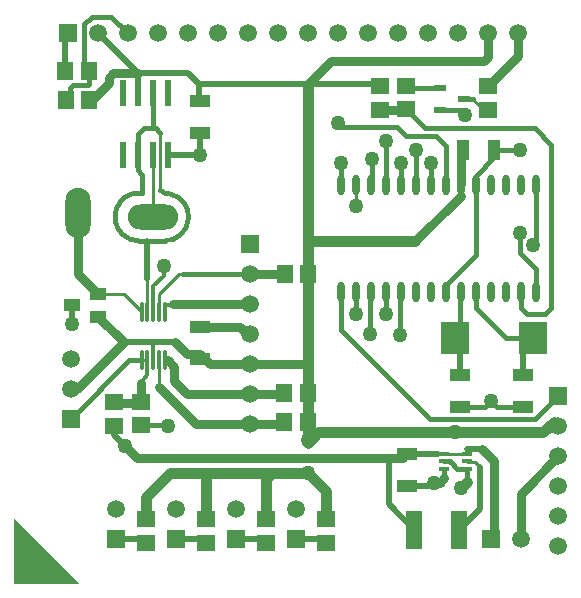
<source format=gtl>
G04 Layer_Physical_Order=1*
G04 Layer_Color=255*
%FSAX24Y24*%
%MOIN*%
G70*
G01*
G75*
%ADD10C,0.0100*%
%ADD11C,0.0150*%
%ADD12R,0.0551X0.1299*%
%ADD13R,0.0945X0.1102*%
%ADD14O,0.0236X0.0689*%
%ADD15O,0.1680X0.0840*%
%ADD16O,0.0840X0.1680*%
%ADD17R,0.0551X0.0591*%
%ADD18R,0.0560X0.0400*%
%ADD19R,0.0591X0.0551*%
%ADD20R,0.0240X0.0870*%
%ADD21R,0.0394X0.0236*%
%ADD22R,0.0433X0.0669*%
%ADD23R,0.0669X0.0433*%
%ADD24O,0.0118X0.0669*%
%ADD25R,0.0335X0.0157*%
%ADD26C,0.0200*%
%ADD27C,0.0120*%
%ADD28C,0.0300*%
%ADD29C,0.0350*%
%ADD30C,0.0591*%
%ADD31R,0.0591X0.0591*%
%ADD32R,0.0591X0.0591*%
%ADD33C,0.0500*%
G36*
X036300Y037500D02*
X034100D01*
Y039700D01*
X034100Y039700D01*
X036300Y037500D01*
D02*
G37*
D10*
X037720Y049149D02*
G03*
X038274Y048926I000554J000577D01*
G01*
X039779Y050185D02*
G03*
X039583Y050381I-000655J-000459D01*
G01*
X039232Y050519D02*
G03*
X039124Y050526I-000108J-000793D01*
G01*
X039124Y048926D02*
G03*
X039924Y049701I000000J000800D01*
G01*
X039232Y050519D02*
G03*
X039124Y050526I-000108J-000793D01*
G01*
X038274D02*
G03*
X037720Y049149I000000J-000800D01*
G01*
X039924Y049701D02*
G03*
X039779Y050185I-000800J000025D01*
G01*
X048977Y045310D02*
Y045330D01*
X048970Y045310D02*
X048977D01*
X037757Y047156D02*
X038356Y046557D01*
X036907Y047156D02*
X037757D01*
X051500Y049180D02*
X051510Y049170D01*
X036000Y044000D02*
X036209D01*
X050121Y051712D02*
Y051960D01*
X051052Y043360D02*
X051080Y043389D01*
X045500Y050107D02*
Y050811D01*
X047500Y050851D02*
X047520Y050831D01*
X039124Y048926D02*
X039124Y048926D01*
X043094Y042826D02*
X043137Y042783D01*
X047180Y054024D02*
Y054108D01*
X051490Y048670D02*
X051510Y048690D01*
X048977Y047166D02*
X049000Y047189D01*
X044900Y052790D02*
Y052850D01*
Y052790D02*
X044960Y052720D01*
X046000Y050811D02*
X046040Y050851D01*
X047500Y050811D02*
X047520Y050831D01*
X046490Y050821D02*
X046500Y050811D01*
X038524Y047669D02*
X038553Y047640D01*
Y046557D02*
Y047640D01*
X038974Y050617D02*
Y052526D01*
X038700Y052676D02*
X038724Y052700D01*
X038947Y046557D02*
Y047149D01*
X039618Y047820D01*
X039751D01*
X038947Y044053D02*
Y044943D01*
X043130Y042776D02*
X043137Y042783D01*
X048500Y047189D02*
Y047471D01*
X048974Y053276D02*
X049130Y053120D01*
X039198Y042782D02*
X039230Y042750D01*
X041850Y045826D02*
X041974D01*
X035816Y055766D02*
X035900Y055850D01*
X051060Y045330D02*
X051063D01*
X049460Y041560D02*
X049640Y041380D01*
X049214Y041560D02*
X049460D01*
X049194Y041580D02*
X049214Y041560D01*
X035826Y053630D02*
X035970Y053774D01*
X036560Y054110D02*
X036604Y054154D01*
X047162Y054108D02*
X047180D01*
X049400Y053650D02*
X049744Y053306D01*
X049900D01*
X045980Y047169D02*
X046000Y047189D01*
X046980Y047169D02*
X047000Y047189D01*
X038724Y049726D02*
Y051802D01*
X038356Y039000D02*
X038500Y038856D01*
X040356Y039000D02*
X040500Y038856D01*
X042356Y039000D02*
X042500Y038856D01*
X044356Y039000D02*
X044500Y038856D01*
X048446Y041836D02*
Y041839D01*
Y041836D02*
X049194D01*
X048028Y040768D02*
X048110Y040850D01*
D11*
X037720Y049149D02*
G03*
X038274Y048926I000554J000577D01*
G01*
X039583Y050381D02*
G03*
X039232Y050519I-000459J-000655D01*
G01*
X039779Y050185D02*
G03*
X039583Y050381I-000655J-000459D01*
G01*
X039124Y048926D02*
G03*
X039924Y049701I000000J000800D01*
G01*
X038274Y050526D02*
G03*
X037720Y049149I000000J-000800D01*
G01*
X039924Y049701D02*
G03*
X039779Y050185I-000800J000025D01*
G01*
X052000Y046700D02*
Y052140D01*
X051790Y046490D02*
X052000Y046700D01*
X051460Y052680D02*
X052000Y052140D01*
X051500Y047189D02*
Y048000D01*
X050965Y048535D02*
X051500Y048000D01*
X050965Y048535D02*
Y049185D01*
X047970Y042980D02*
X051480D01*
X045000Y045950D02*
X047970Y042980D01*
X051480D02*
X052250Y043750D01*
X045980Y045820D02*
Y047169D01*
X046980Y045800D02*
Y047169D01*
X048977Y045330D02*
Y047166D01*
X050500Y045700D02*
X051399D01*
X049500Y046700D02*
X050500Y045700D01*
X049500Y046700D02*
Y047218D01*
X049798Y043398D02*
X050000Y043600D01*
X048970Y043398D02*
X049798D01*
X050000Y043600D02*
X050212Y043389D01*
X051080D01*
X037943Y044943D02*
X038356D01*
X036000Y043000D02*
X037943Y044943D01*
X037350Y056400D02*
X037900Y055850D01*
X036700Y056400D02*
X037350D01*
X036450Y056150D02*
X036700Y056400D01*
X036450Y054754D02*
Y056150D01*
Y054754D02*
X036604Y054600D01*
X051500Y049180D02*
Y050811D01*
X038274Y048926D02*
X038524D01*
X050121Y051960D02*
X050960D01*
X049500Y051090D02*
X050121Y051712D01*
X049500Y048471D02*
Y051090D01*
X047802Y052680D02*
X051460D01*
X045000Y050811D02*
Y051515D01*
X038974Y050617D02*
X039124Y050526D01*
X038274D02*
X038374D01*
X045000Y045950D02*
Y047189D01*
X051510Y048690D02*
Y049170D01*
X047162Y053320D02*
X047802Y052680D01*
X051200Y046490D02*
X051790D01*
X051000Y046690D02*
X051200Y046490D01*
X051000Y046690D02*
Y047189D01*
X044960Y052720D02*
X046870D01*
X047170Y052420D01*
X048160D01*
X048500Y052080D01*
Y050811D02*
Y052080D01*
X046040Y050851D02*
Y051660D01*
X048000Y050811D02*
Y051515D01*
X047500Y050851D02*
Y051970D01*
X047000Y050811D02*
Y051515D01*
X046490Y050821D02*
Y052260D01*
X038524Y048926D02*
X039124D01*
X038374Y050526D02*
Y051126D01*
X038224Y051276D02*
X038374Y051126D01*
X038224Y051276D02*
Y051802D01*
X038824Y052676D02*
X038974Y052526D01*
X038700Y052676D02*
X038824D01*
X038224Y051802D02*
Y052476D01*
X038424Y052676D01*
X038700D01*
X038724Y052700D02*
Y053856D01*
X049194Y041889D02*
Y041990D01*
X039751Y047820D02*
X041968D01*
X041974Y047826D01*
X048768Y041436D02*
X048880Y041324D01*
X048768Y041436D02*
Y041467D01*
X048678Y041558D02*
X048768Y041467D01*
X048646Y041558D02*
X048678D01*
X048624Y041580D02*
X048646Y041558D01*
X048446Y041580D02*
X048624D01*
X048500Y047471D02*
X049500Y048471D01*
X048306Y053276D02*
X048974D01*
X048446Y041016D02*
Y041324D01*
X038324Y042782D02*
X039198D01*
X035970Y053774D02*
Y054020D01*
X036060Y054110D01*
X036560D01*
X036604Y054154D02*
Y054600D01*
X047180Y054024D02*
X048306D01*
X049094Y053650D02*
X049400D01*
X045500Y046485D02*
Y047189D01*
X046500Y046485D02*
Y047189D01*
X049194Y040894D02*
Y041246D01*
X048880Y041324D02*
X049194D01*
D12*
X047452Y039300D02*
D03*
X048948D02*
D03*
D13*
X051399Y045700D02*
D03*
X048801D02*
D03*
D14*
X045000Y047218D02*
D03*
X045500D02*
D03*
X046000D02*
D03*
X046500D02*
D03*
X047000D02*
D03*
X047500D02*
D03*
X048000D02*
D03*
X048500D02*
D03*
X049000D02*
D03*
X049500D02*
D03*
X050000D02*
D03*
X050500D02*
D03*
X051000D02*
D03*
X051500D02*
D03*
X045000Y050781D02*
D03*
X045500D02*
D03*
X046000D02*
D03*
X046500D02*
D03*
X047000D02*
D03*
X047500D02*
D03*
X048000D02*
D03*
X048500D02*
D03*
X049000D02*
D03*
X049500D02*
D03*
X050000D02*
D03*
X050500D02*
D03*
X051000D02*
D03*
X051500D02*
D03*
D15*
X038724Y049726D02*
D03*
D16*
X036250Y049850D02*
D03*
D17*
X043894Y043850D02*
D03*
X043106D02*
D03*
X043894Y042900D02*
D03*
X043106D02*
D03*
X043918Y047826D02*
D03*
X043130D02*
D03*
X035816Y054600D02*
D03*
X036604D02*
D03*
X035826Y053630D02*
D03*
X036614D02*
D03*
D18*
X036907Y046402D02*
D03*
Y047156D02*
D03*
X036034Y046776D02*
D03*
D19*
X037450Y042756D02*
D03*
Y043544D02*
D03*
X038324Y043570D02*
D03*
Y042782D02*
D03*
X038500Y038856D02*
D03*
Y039644D02*
D03*
X040500Y038856D02*
D03*
Y039644D02*
D03*
X047162Y054108D02*
D03*
Y053320D02*
D03*
X046300Y053306D02*
D03*
Y054094D02*
D03*
X049900Y053306D02*
D03*
Y054094D02*
D03*
X042500Y038856D02*
D03*
Y039644D02*
D03*
X044500Y038856D02*
D03*
Y039644D02*
D03*
D20*
X038224Y051802D02*
D03*
Y053856D02*
D03*
X037724Y051802D02*
D03*
X038724D02*
D03*
X039224D02*
D03*
X037724Y053856D02*
D03*
X038724D02*
D03*
X039224D02*
D03*
D21*
X048306Y054024D02*
D03*
Y053276D02*
D03*
X049094Y053650D02*
D03*
D22*
X049058Y051960D02*
D03*
X050121D02*
D03*
D23*
X051080Y043389D02*
D03*
Y044451D02*
D03*
X048970Y043398D02*
D03*
Y044461D02*
D03*
X047200Y041831D02*
D03*
Y040768D02*
D03*
X040310Y044988D02*
D03*
Y046052D02*
D03*
Y053582D02*
D03*
Y052519D02*
D03*
D24*
X038356Y044943D02*
D03*
X038553D02*
D03*
X038750D02*
D03*
X038947D02*
D03*
X039144D02*
D03*
X038356Y046557D02*
D03*
X038553D02*
D03*
X038750D02*
D03*
X038947D02*
D03*
X039144D02*
D03*
D25*
X048446Y041836D02*
D03*
Y041580D02*
D03*
Y041324D02*
D03*
X049194D02*
D03*
Y041580D02*
D03*
Y041836D02*
D03*
D26*
X051060Y044451D02*
Y045330D01*
X048970Y044461D02*
Y045310D01*
X040300Y051800D02*
X040380D01*
X049194Y041990D02*
X049700D01*
X038750Y045550D02*
X039470D01*
X037759D02*
X038750D01*
X038524Y047669D02*
Y048926D01*
X043894Y043850D02*
X043918Y043874D01*
X049000Y050429D02*
Y050811D01*
X038224Y053856D02*
Y054526D01*
X036900Y055850D02*
X038224Y054526D01*
X039894D01*
X040260Y054160D01*
X043900D01*
X040260Y053700D02*
Y054160D01*
X046234D02*
X046300Y054094D01*
X043900Y054160D02*
X046234D01*
X041974Y045826D02*
X042068Y045920D01*
X036034Y046166D02*
Y046776D01*
Y046166D02*
X036050Y046150D01*
X035938Y046070D02*
X036050Y046150D01*
X040298Y051802D02*
Y052559D01*
X040250Y052606D02*
X040298Y052559D01*
X039224Y051802D02*
X040298D01*
X035816Y054600D02*
Y055766D01*
X049640Y039992D02*
Y041380D01*
X037500Y039000D02*
X038356D01*
X039500D02*
X040356D01*
X041500D02*
X042356D01*
X043500D02*
X044356D01*
X048948Y039300D02*
X049640Y039992D01*
X047069Y041700D02*
X047139Y041770D01*
X047200Y041831D02*
Y041839D01*
X048225D01*
X047200Y040768D02*
X048028D01*
X046600Y040152D02*
X047452Y039300D01*
X046600Y040152D02*
Y041700D01*
X037450Y042450D02*
X037800Y042100D01*
X037450Y042450D02*
Y042756D01*
D27*
X039100Y047760D02*
Y048100D01*
X038750Y047410D02*
X039100Y047760D01*
X038750Y044943D02*
Y045550D01*
X039387Y046800D02*
X039409Y046822D01*
X038750Y046557D02*
Y047410D01*
X038553Y044450D02*
Y044943D01*
X038324Y044200D02*
X038553Y044450D01*
X039200Y046800D02*
X039387Y046800D01*
D28*
X049700Y041990D02*
X050100Y041590D01*
Y038900D02*
Y041590D01*
X051000Y039000D02*
Y040500D01*
X036209Y044000D02*
X037759Y045550D01*
X037450Y043530D02*
X038304D01*
X049000Y050811D02*
Y051770D01*
X036664Y053580D02*
X037260Y054176D01*
X039409Y046822D02*
X041974D01*
X040310Y046050D02*
X041626D01*
X037450Y043530D02*
Y043544D01*
X038304Y043530D02*
X038324Y043550D01*
Y043570D01*
X036250Y047813D02*
X036907Y047156D01*
X036250Y047813D02*
Y049850D01*
X041974Y047826D02*
X043130D01*
X039864Y045156D02*
X040300D01*
X036907Y046402D02*
X037759Y045550D01*
X039470D02*
X039864Y045156D01*
X040300D02*
X040630Y044826D01*
X041974D01*
X043874D01*
X037260Y054176D02*
Y054370D01*
X037416Y054526D01*
X038224D01*
X047481Y048910D02*
X049000Y050429D01*
X043900Y054160D02*
X044660Y054920D01*
X049770D01*
X043900Y054160D02*
X043918Y054142D01*
X049900Y055050D02*
Y055850D01*
X049770Y054920D02*
X049900Y055050D01*
X040174Y042826D02*
X041974D01*
X038947Y044053D02*
X040174Y042826D01*
X041974D02*
X043094D01*
X039236Y044943D02*
X039450Y044729D01*
Y044250D02*
Y044729D01*
Y044250D02*
X039874Y043826D01*
X041974D01*
X043094D01*
X043106Y043850D01*
X048290Y040860D02*
X048446Y041016D01*
X041974Y046822D02*
Y046826D01*
X041626Y046050D02*
X041850Y045826D01*
X049900Y054094D02*
X050900Y055094D01*
Y055850D01*
X047148Y053306D02*
X047162Y053320D01*
X046300Y053306D02*
X047148D01*
X038324Y043570D02*
Y044200D01*
X047139Y041770D02*
X047200Y041831D01*
X046600Y041700D02*
X047069D01*
X051000Y040500D02*
X052250Y041750D01*
X037800Y042100D02*
X038200Y041700D01*
X046600D01*
D29*
X048800Y042550D02*
X051750D01*
X043918Y043874D02*
Y047826D01*
Y048910D02*
X047481D01*
X043918Y047826D02*
Y048910D01*
Y054142D01*
X043894Y042900D02*
Y043850D01*
X052100Y042900D02*
X052250Y042750D01*
X051750Y042550D02*
X052100Y042900D01*
X044238Y042550D02*
X048800D01*
X049000Y040700D02*
X049194Y040894D01*
X043894Y042206D02*
Y042300D01*
Y042900D01*
Y042206D02*
X044238Y042550D01*
X038500Y040400D02*
X039300Y041200D01*
X038500Y039644D02*
Y040400D01*
X040500Y039644D02*
Y041100D01*
X040600Y041200D01*
X039300D02*
X040600D01*
X042500Y039644D02*
Y041000D01*
X042700Y041200D01*
X040600D02*
X042700D01*
X043900D01*
X044500Y039644D02*
Y040600D01*
X043900Y041200D02*
X044500Y040600D01*
D30*
X043500Y040000D02*
D03*
X041500D02*
D03*
X039500D02*
D03*
X037500D02*
D03*
X052250Y042750D02*
D03*
Y041750D02*
D03*
Y040750D02*
D03*
Y039750D02*
D03*
Y038750D02*
D03*
X051000Y039000D02*
D03*
X041974Y046826D02*
D03*
Y047826D02*
D03*
Y045826D02*
D03*
Y044826D02*
D03*
Y043826D02*
D03*
Y042826D02*
D03*
X036000Y045000D02*
D03*
Y044000D02*
D03*
X036900Y055850D02*
D03*
X037900D02*
D03*
X038900D02*
D03*
X039900D02*
D03*
X040900D02*
D03*
X041900D02*
D03*
X042900D02*
D03*
X043900D02*
D03*
X044900D02*
D03*
X045900D02*
D03*
X046900D02*
D03*
X047900D02*
D03*
X048900D02*
D03*
X049900D02*
D03*
X050900D02*
D03*
D31*
X043500Y039000D02*
D03*
X041500D02*
D03*
X039500D02*
D03*
X037500D02*
D03*
X052250Y043750D02*
D03*
X041974Y048826D02*
D03*
X036000Y043000D02*
D03*
D32*
X050000Y039000D02*
D03*
X035900Y055850D02*
D03*
D33*
X035200Y037900D02*
D03*
X034500Y038600D02*
D03*
Y037900D02*
D03*
X046980Y045800D02*
D03*
X045980Y045820D02*
D03*
X050000Y043600D02*
D03*
X040300Y051800D02*
D03*
X039100Y048100D02*
D03*
X050965Y049185D02*
D03*
X051400Y048800D02*
D03*
X050960Y051960D02*
D03*
X045500Y050107D02*
D03*
X045000Y051515D02*
D03*
X046040Y051660D02*
D03*
X048000Y051515D02*
D03*
X047500Y051970D02*
D03*
X047000Y051515D02*
D03*
X046490Y052260D02*
D03*
X049130Y053120D02*
D03*
X036050Y046150D02*
D03*
X045500Y046485D02*
D03*
X044900Y052850D02*
D03*
X046500Y046485D02*
D03*
X048110Y040850D02*
D03*
X048800Y042550D02*
D03*
X049000Y040700D02*
D03*
X043894Y042300D02*
D03*
X043900Y041200D02*
D03*
X037800Y042100D02*
D03*
X039230Y042750D02*
D03*
M02*

</source>
